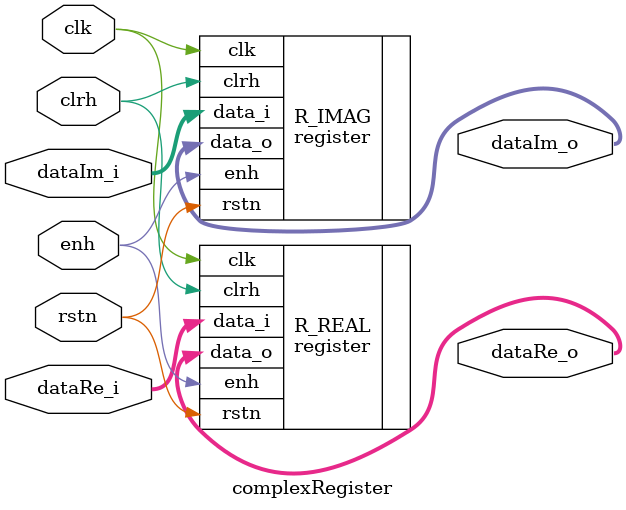
<source format=v>
/*	
   ===================================================================
   Module Name : complexRegister
         
   Filename    : complexRegister.v
   Type        : Verilog Module
      
   Description : A parametrizable register for real and imag parts, with async reset
   ------------------------------------------------------------------
      clocks   : posedge clock "clk"
      reset    : async negedge "rstn"
               : sync posedge "clrh"
      enable   : high active enable "enh" 
      
   Parameters  :
         NAME            Comments                Default
         ---------------------------------------------------
         DATA_WIDTH      Register's data width     8
      
   ------------------------------------------------------------------
   Version     : 1.0
   Data        : 13 Nov 2018
   Revision    : -
   Reviser     : -		
   -------------------------------------------------------------------
   Modification Log "please register all the modifications in this area"
   (D/M/Y)  
   
   ----------------------
   // Instance template
   ----------------------
complexRegister 
#(
   .DATA_WIDTH ()
)
"MODULE_NAME"
(
   .clk     	(),
   .rstn    	(),
   .clrh    	(),   
   .enh     	(),
   .dataRe_i  	(),
	.dataIm_i	(),
	.dataRe_o  	(),
	.dataIm_o	()
);

*/

module complexRegister
#(
	parameter DATA_WIDTH =  8
)(
	input wire                     clk,
	input wire                     rstn,
   input wire                     clrh,   
   //--------Control signals----------//
	input wire                     enh,
   //--------Data/addr signals--------//
	input wire 	[DATA_WIDTH-1:0]   dataRe_i,
	input wire 	[DATA_WIDTH-1:0]   dataIm_i,
	output wire [DATA_WIDTH-1:0]   dataRe_o,
	output wire [DATA_WIDTH-1:0]   dataIm_o
);

register 
#(
   .DATA_WIDTH (DATA_WIDTH)
)
R_REAL
(
   .clk     (clk),
   .rstn    (rstn),
   .clrh    (clrh),   
   .enh     (enh),
   .data_i  (dataRe_i),
   .data_o  (dataRe_o)
);
		


register 
#(
   .DATA_WIDTH (DATA_WIDTH)
)
R_IMAG
(
   .clk     (clk),
   .rstn    (rstn),
   .clrh    (clrh),   
   .enh     (enh),
   .data_i  (dataIm_i),
   .data_o  (dataIm_o)
);
endmodule


</source>
